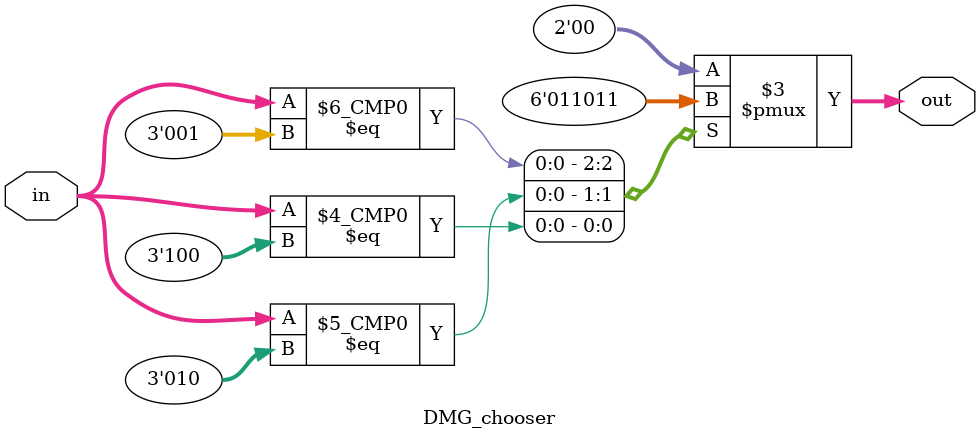
<source format=v>
module damage(in,
				  clock,
				  reset,
				  enable_HP_calc,
				  enable_DMG_reg, 
				  enable_DMG_calc,
				  enable_draw_decrease,
				  enable_decrement_control,
				  done_damage,
				  done_decrement,
				  game_over,
				  out_x,
				  out_y);
	
	input [2:0]in;
	input clock;
	input reset;
	
	input enable_DMG_calc;
	input enable_DMG_reg;
	input enable_HP_calc;
	input enable_draw_decrease;
	input enable_decrement_control;
	
	output done_damage;
	output done_decrement;
	output game_over;
	
	output [8:0]out_x;
	output [7:0]out_y;
	
	//the DMG wires are here just to transfer the DMG information between the different modules
	wire [8:0]DMG_dealing;
	wire [8:0]HP_left;
	wire [8:0]HP_input;
	wire [8:0]x_decrement;
	
	out_DMG DMG(.in(in), 
					.enable_DMG_reg(enable_DMG_reg), 
					.clock(clock), 
					.DMG_dealing(DMG_dealing));
					
	HP_calc HP(.in(HP_left), 
				  .enable(enable_HP_calc),
				  .reset(reset),
				  .clock(clock),
				  .out(HP_input));
				  
	DMG_calculator d_calc(.current_HP(HP_input),
								 .DMG(DMG_dealing), // takes the dmg dealing and checks if end game
								 .enable(enable_DMG_calc),
								 .reset(reset),
								 .clock(clock),
								 .game_over(game_over),
								 .DMG_dealt(HP_left)); // HP_left will help us determine how many white spaces to print
	
	decrement_control d_control(.in(HP_left), 
										 .x_position(x_decrement),
										 .clock(clock),
										 .reset(reset),
										 .enable(enable_decrement_control),
										 .done_decrement(done_decrement),
										 .out_x(x_decrement));				 
					 
	drawWhite white(.x_(x_decrement), 
						 .y_(8'b00000000),
						 .clock_all(clock), 
						 .enable_all(enable_draw_decrease),
						 .reset_all(reset),
						 .done(done_damage),
						 .out_x(out_x),
						 .out_y(out_y));	 
endmodule

//DECREMENT CONTROL
module decrement_control(in, x_position, clock, reset, enable, done_decrement, out_x);
	input [8:0]in;
	input [8:0]x_position;
	input clock;
	input reset;
	input enable;
	
	reg [8:0]default_x_position = 9'b001111011;
	
	output reg done_decrement;
	output reg [8:0]out_x;
	
	always @(posedge clock)
	begin
		if(reset == 0)
		begin
			out_x <= default_x_position; //123 - 9'b001111011
			done_decrement <= 0;
		end
		else if(enable == 1)
			begin
				if(x_position > in + 9'b000101010) // 42
					out_x = out_x - 9'b000000001;
				else if(x_position == in + 9'b000101010)
					done_decrement = 1;
			end
		else if(enable == 0)
			begin
				done_decrement = 0;
			end
	end
	
endmodule

//DMG_CALC
module DMG_calculator(current_HP, DMG, enable, reset, clock, game_over, DMG_dealt);
	input [8:0]current_HP;
	input [8:0]DMG;
	input clock;
	input enable;
	input reset;
	
	output reg game_over;
	output reg [8:0]DMG_dealt;
	
	always @(posedge clock)
	begin
		if(reset == 0)
			begin
				game_over <= 0;
				DMG_dealt <= 9'b001010010; //82;
			end
		else if(enable == 1 && DMG >= current_HP)
			begin
				game_over <= 1;
				DMG_dealt <= 9'b000000000;
			end
		else if(enable == 1 && DMG < current_HP)
			begin
				game_over <= 0;
				DMG_dealt <= current_HP - DMG;
			end
		else if(enable == 0)
			begin
				DMG_dealt <= DMG_dealt;
			end
	end
endmodule

//remember that in any damage loop your enable for your DMG_reg must be high at some point or else you'll have timing problems
module out_DMG(in, enable_DMG_reg, clock, DMG_dealing);
	
	input [2:0]in; // 000 - nothing, 001 - qa, 010 - thunderbolt, 100 - volt tackle
	input clock;
	input enable_DMG_reg;
	
	output [8:0]DMG_dealing;
	
	wire [8:0]DMG_to_deal;
	wire [1:0]choose_DMG_amount;

	DMG_chooser choose_DMG(.in(in),
								  .out(choose_DMG_amount));

	DMG_reg DMG(.in(DMG_to_deal), 
					.enable(enable_DMG_reg),
					.clock(clock),
					.out(DMG_dealing));
					
	DMG_LUT lut(.choose(choose_DMG_amount), 
					.out(DMG_to_deal));
endmodule

//HP_CALC
module HP_calc(in, enable, reset, clock, out);
	input clock;
	input [8:0]in;
	input enable;
	input reset;
	
	output [8:0]out;
	
	reg [8:0]current_HP;
	
	//this will store a 7 bit number 82 - 01010010
	
	assign out = current_HP;
	
	always @(posedge clock)
	begin
		if(reset == 0)
			current_HP <= 9'b001010010; // change back to 9'b001010010
		else if(reset == 1 && enable == 1)
			current_HP <= in;
		else if(reset == 1 && enable == 0)
			current_HP <= current_HP;
	end
endmodule

//DMG_REG
module DMG_reg(in, enable, clock, out);
	input [8:0]in;
	input enable;
	input clock;
	
	output reg [8:0]out;
	
	always @(posedge clock)
	begin
		if(enable == 1)
			out <= in;
		else
			out <= out;
	end
endmodule

//DMG_LUT
module DMG_LUT(choose, out);
	input [1:0]choose;
	output reg [8:0]out; // although we are only dealing with numbers that are less than 7 bits we want to pad
	
	always @(*)
		case(choose)
			2'b00: out = 9'b000000000;
			2'b01: out = 9'b000001010; // 10 - 0001010 quick attack
			2'b10: out = 9'b000001111; // 15 - 0001111 thunderbolt
			2'b11: out = 9'b000010100; // 20 - 0010100 volt tackle
			default out = 9'b000000000;
		endcase
endmodule

//DMG_CHOOSER
module DMG_chooser(in, out); //qa - quick attack, vt - volt tackle, tb - thunderbolt
	input [2:0]in;
	
	output reg [1:0]out;
	
	always @(*)
		case(in)
			3'b000: out = 2'b00; // nothing
			3'b001: out = 2'b01; // quick attack
			3'b010: out = 2'b10; // thunderbolt
			3'b100: out = 2'b11; // volt tackle
			default out = 2'b00;
		endcase
endmodule
</source>
